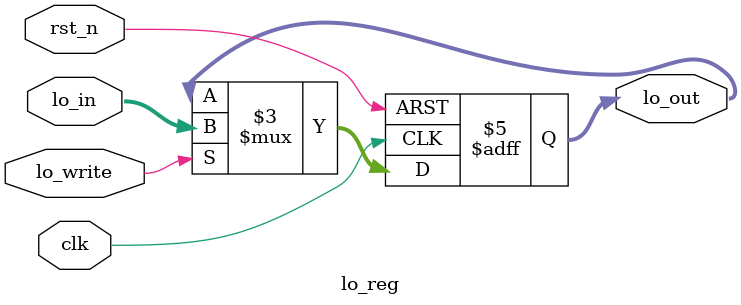
<source format=v>
module lo_reg (
    input wire clk,
    input wire rst_n,
    input wire lo_write,
    input wire [31:0] lo_in,
    output reg [31:0] lo_out
);

always @(posedge clk or negedge rst_n) begin
    if (!rst_n) begin
        lo_out <= 32'b0;
    end else if (lo_write) begin
        lo_out <= lo_in;
    end
end

endmodule

</source>
